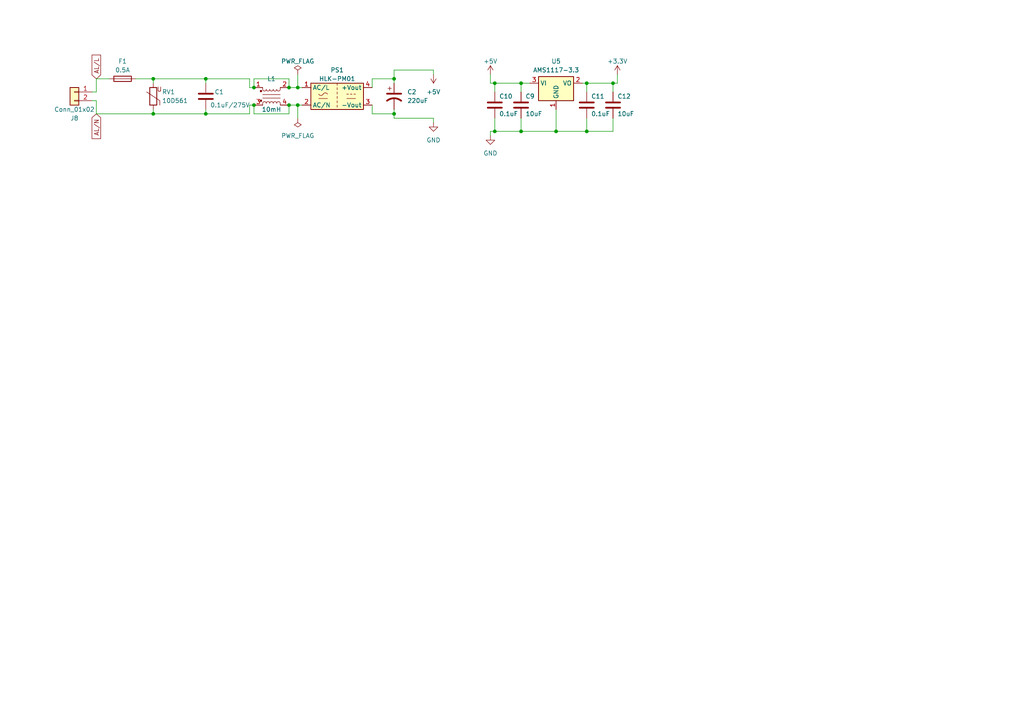
<source format=kicad_sch>
(kicad_sch (version 20230121) (generator eeschema)
  (paper "A4")
  (lib_symbols
    (symbol "Connector_Generic:Conn_01x02" (pin_names (offset 1.016) hide)
      (property "Reference" "J" (at 0 2.54 0))
      (property "Value" "Conn_01x02" (at 0 -5.08 0))
      (symbol "Conn_01x02_1_1"
        (rectangle (start -1.27 -2.413) (end 0 -2.667) (stroke (width 0.1524)))
        (rectangle (start -1.27 0.127) (end 0 -0.127) (stroke (width 0.1524)))
        (rectangle (start -1.27 1.27) (end 1.27 -3.81) (stroke (width 0.254)) (fill (type background)))
        (pin passive line (at -5.08 0 0) (length 3.81) (name "Pin_1") (number "1"))
        (pin passive line (at -5.08 -2.54 0) (length 3.81) (name "Pin_2") (number "2"))
      )
    )
    (symbol "Device:C" (pin_numbers hide) (pin_names (offset 0.254))
      (property "Reference" "C" (at 0.635 2.54 0))
      (property "Value" "C" (at 0.635 -2.54 0))
      (symbol "C_0_1"
        (polyline (pts (xy -2.032 -0.762) (xy 2.032 -0.762)) (stroke (width 0.508)))
        (polyline (pts (xy -2.032 0.762) (xy 2.032 0.762)) (stroke (width 0.508)))
      )
      (symbol "C_1_1"
        (pin passive line (at 0 3.81 270) (length 2.794) (name "~") (number "1"))
        (pin passive line (at 0 -3.81 90) (length 2.794) (name "~") (number "2"))
      )
    )
    (symbol "Device:C_Polarized_US" (pin_numbers hide) (pin_names (offset 0.254) hide)
      (property "Reference" "C" (at 0.635 2.54 0))
      (property "Value" "C_Polarized_US" (at 0.635 -2.54 0))
      (symbol "C_Polarized_US_0_1"
        (polyline (pts (xy -2.032 0.762) (xy 2.032 0.762)) (stroke (width 0.508)))
        (polyline (pts (xy -1.778 2.286) (xy -0.762 2.286)))
        (polyline (pts (xy -1.27 1.778) (xy -1.27 2.794)))
        (arc (start 2.032 -1.27) (mid 0 -0.5572) (end -2.032 -1.27) (stroke (width 0.508)))
      )
      (symbol "C_Polarized_US_1_1"
        (pin passive line (at 0 3.81 270) (length 2.794) (name "~") (number "1"))
        (pin passive line (at 0 -3.81 90) (length 3.302) (name "~") (number "2"))
      )
    )
    (symbol "Device:Fuse" (pin_numbers hide) (pin_names (offset 0))
      (property "Reference" "F" (at 2.032 0 90))
      (property "Value" "Fuse" (at -1.905 0 90))
      (symbol "Fuse_0_1"
        (rectangle (start -0.762 -2.54) (end 0.762 2.54) (stroke (width 0.254)))
        (polyline (pts (xy 0 2.54) (xy 0 -2.54)))
      )
      (symbol "Fuse_1_1"
        (pin passive line (at 0 3.81 270) (length 1.27) (name "~") (number "1"))
        (pin passive line (at 0 -3.81 90) (length 1.27) (name "~") (number "2"))
      )
    )
    (symbol "Device:L_Iron_Coupled" (pin_names (offset 0.254) hide)
      (property "Reference" "L" (at 0 4.445 0))
      (property "Value" "L_Iron_Coupled" (at 0 -4.445 0))
      (symbol "L_Iron_Coupled_0_1"
        (circle (center -3.048 -1.27) (radius 0.254) (fill (type outline)))
        (circle (center -3.048 1.524) (radius 0.254) (fill (type outline)))
        (arc (start -2.54 2.032) (mid -2.032 1.5262) (end -1.524 2.032))
        (arc (start -1.524 -2.032) (mid -2.032 -1.5262) (end -2.54 -2.032))
        (arc (start -1.524 2.032) (mid -1.016 1.5262) (end -0.508 2.032))
        (arc (start -0.508 -2.032) (mid -1.016 -1.5262) (end -1.524 -2.032))
        (arc (start -0.508 2.032) (mid 0 1.5262) (end 0.508 2.032))
        (polyline (pts (xy -2.54 -2.032) (xy -2.54 -2.54)))
        (polyline (pts (xy -2.54 0.508) (xy 2.54 0.508)))
        (polyline (pts (xy -2.54 2.032) (xy -2.54 2.54)))
        (polyline (pts (xy 2.54 -2.032) (xy 2.54 -2.54)))
        (polyline (pts (xy 2.54 -0.508) (xy -2.54 -0.508)))
        (polyline (pts (xy 2.54 2.54) (xy 2.54 2.032)))
        (arc (start 0.508 -2.032) (mid 0 -1.5262) (end -0.508 -2.032))
        (arc (start 0.508 2.032) (mid 1.016 1.5262) (end 1.524 2.032))
        (arc (start 1.524 -2.032) (mid 1.016 -1.5262) (end 0.508 -2.032))
        (arc (start 1.524 2.032) (mid 2.032 1.5262) (end 2.54 2.032))
        (arc (start 2.54 -2.032) (mid 2.032 -1.5262) (end 1.524 -2.032))
      )
      (symbol "L_Iron_Coupled_1_1"
        (pin passive line (at -5.08 2.54 0) (length 2.54) (name "1") (number "1"))
        (pin passive line (at 5.08 2.54 180) (length 2.54) (name "2") (number "2"))
        (pin passive line (at -5.08 -2.54 0) (length 2.54) (name "3") (number "3"))
        (pin passive line (at 5.08 -2.54 180) (length 2.54) (name "4") (number "4"))
      )
    )
    (symbol "Device:Varistor" (pin_numbers hide) (pin_names (offset 0))
      (property "Reference" "RV" (at 3.175 0 90))
      (property "Value" "Varistor" (at -3.175 0 90))
      (symbol "Varistor_0_0"
        (text "U" (at -1.778 -2.032 0) (effects (font (size 1.27 1.27))))
      )
      (symbol "Varistor_0_1"
        (rectangle (start -1.016 -2.54) (end 1.016 2.54) (stroke (width 0.254)))
        (polyline (pts (xy -1.905 2.54) (xy -1.905 1.27) (xy 1.905 -1.27)))
      )
      (symbol "Varistor_1_1"
        (pin passive line (at 0 3.81 270) (length 1.27) (name "~") (number "1"))
        (pin passive line (at 0 -3.81 90) (length 1.27) (name "~") (number "2"))
      )
    )
    (symbol "ProjectLibrary:HLK-10Mxx"
      (property "Reference" "PS" (at 0 5.08 0))
      (property "Value" "HLK-PM01" (at 0 -5.08 0))
      (symbol "HLK-10Mxx_0_1"
        (rectangle (start -7.62 3.81) (end 7.62 -3.81) (stroke (width 0.254)) (fill (type background)))
        (arc (start -5.334 0.635) (mid -4.699 0.2495) (end -4.064 0.635))
        (arc (start -2.794 0.635) (mid -3.429 1.0072) (end -4.064 0.635))
        (polyline (pts (xy -5.334 -0.635) (xy -2.794 -0.635)))
        (polyline (pts (xy 0 -2.54) (xy 0 -3.175)))
        (polyline (pts (xy 0 -1.27) (xy 0 -1.905)))
        (polyline (pts (xy 0 0) (xy 0 -0.635)))
        (polyline (pts (xy 0 1.27) (xy 0 0.635)))
        (polyline (pts (xy 0 2.54) (xy 0 1.905)))
        (polyline (pts (xy 0 3.81) (xy 0 3.175)))
        (polyline (pts (xy 2.794 -0.635) (xy 5.334 -0.635)))
        (polyline (pts (xy 2.794 0.635) (xy 3.302 0.635)))
        (polyline (pts (xy 3.81 0.635) (xy 4.318 0.635)))
        (polyline (pts (xy 4.826 0.635) (xy 5.334 0.635)))
      )
      (symbol "HLK-10Mxx_1_1"
        (pin power_in line (at -10.16 2.54 0) (length 2.54) (name "AC/L") (number "1"))
        (pin power_in line (at -10.16 -2.54 0) (length 2.54) (name "AC/N") (number "2"))
        (pin power_out line (at 10.16 -2.54 180) (length 2.54) (name "-Vout") (number "3"))
        (pin power_out line (at 10.16 2.54 180) (length 2.54) (name "+Vout") (number "4"))
      )
    )
    (symbol "Regulator_Linear:AMS1117-3.3"
      (property "Reference" "U" (at -3.81 3.175 0))
      (property "Value" "AMS1117-3.3" (at 0 3.175 0))
      (symbol "AMS1117-3.3_0_1"
        (rectangle (start -5.08 -5.08) (end 5.08 1.905) (stroke (width 0.254)) (fill (type background)))
      )
      (symbol "AMS1117-3.3_1_1"
        (pin power_in line (at 0 -7.62 90) (length 2.54) (name "GND") (number "1"))
        (pin power_out line (at 7.62 0 180) (length 2.54) (name "VO") (number "2"))
        (pin power_in line (at -7.62 0 0) (length 2.54) (name "VI") (number "3"))
      )
    )
    (symbol "power:+3.3V" (power) (pin_names (offset 0))
      (property "Value" "+3.3V" (at 0 3.556 0))
      (symbol "+3.3V_0_1"
        (polyline (pts (xy -0.762 1.27) (xy 0 2.54)))
        (polyline (pts (xy 0 0) (xy 0 2.54)))
        (polyline (pts (xy 0 2.54) (xy 0.762 1.27)))
      )
      (symbol "+3.3V_1_1"
        (pin power_in line (at 0 0 90) (length 0) hide (name "+3.3V") (number "1"))
      )
    )
    (symbol "power:+5V" (power) (pin_names (offset 0))
      (property "Value" "+5V" (at 0 3.556 0))
      (symbol "+5V_0_1"
        (polyline (pts (xy -0.762 1.27) (xy 0 2.54)))
        (polyline (pts (xy 0 0) (xy 0 2.54)))
        (polyline (pts (xy 0 2.54) (xy 0.762 1.27)))
      )
      (symbol "+5V_1_1"
        (pin power_in line (at 0 0 90) (length 0) hide (name "+5V") (number "1"))
      )
    )
    (symbol "power:GND" (power) (pin_names (offset 0))
      (property "Value" "GND" (at 0 -3.81 0))
      (symbol "GND_0_1"
        (polyline (pts (xy 0 0) (xy 0 -1.27) (xy 1.27 -1.27) (xy 0 -2.54) (xy -1.27 -1.27) (xy 0 -1.27)))
      )
      (symbol "GND_1_1"
        (pin power_in line (at 0 0 270) (length 0) hide (name "GND") (number "1"))
      )
    )
    (symbol "power:PWR_FLAG" (power) (pin_numbers hide) (pin_names (offset 0) hide)
      (property "Value" "PWR_FLAG" (at 0 3.81 0))
      (symbol "PWR_FLAG_0_0"
        (pin power_out line (at 0 0 90) (length 0) (name "pwr") (number "1"))
      )
      (symbol "PWR_FLAG_0_1"
        (polyline (pts (xy 0 0) (xy 0 1.27) (xy -1.016 1.905) (xy 0 2.54) (xy 1.016 1.905) (xy 0 1.27)))
      )
    )
  )
  (junction (at 170.18 24.13))
  (junction (at 73.66 30.48))
  (junction (at 161.29 38.1))
  (junction (at 143.51 24.13))
  (junction (at 83.82 30.48))
  (junction (at 44.45 33.02))
  (junction (at 44.45 22.86))
  (junction (at 170.18 38.1))
  (junction (at 143.51 38.1))
  (junction (at 114.3 33.02))
  (junction (at 177.8 24.13))
  (junction (at 83.82 25.4))
  (junction (at 86.36 30.48))
  (junction (at 86.36 25.4))
  (junction (at 151.13 24.13))
  (junction (at 73.66 25.4))
  (junction (at 59.69 33.02))
  (junction (at 151.13 38.1))
  (junction (at 59.69 22.86))
  (junction (at 114.3 22.86))
  (wire (pts (xy 142.24 38.1) (xy 142.24 39.37)))
  (wire (pts (xy 114.3 20.32) (xy 114.3 22.86)))
  (wire (pts (xy 86.36 30.48) (xy 87.63 30.48)))
  (wire (pts (xy 114.3 34.29) (xy 114.3 33.02)))
  (wire (pts (xy 59.69 31.75) (xy 59.69 33.02)))
  (wire (pts (xy 151.13 34.29) (xy 151.13 38.1)))
  (wire (pts (xy 143.51 34.29) (xy 143.51 38.1)))
  (wire (pts (xy 125.73 20.32) (xy 114.3 20.32)))
  (wire (pts (xy 170.18 34.29) (xy 170.18 38.1)))
  (wire (pts (xy 107.95 22.86) (xy 107.95 25.4)))
  (wire (pts (xy 27.94 33.02) (xy 27.94 29.21)))
  (wire (pts (xy 73.66 30.48) (xy 73.66 33.02)))
  (wire (pts (xy 170.18 38.1) (xy 161.29 38.1)))
  (wire (pts (xy 143.51 24.13) (xy 143.51 26.67)))
  (wire (pts (xy 179.07 21.59) (xy 179.07 24.13)))
  (wire (pts (xy 177.8 38.1) (xy 170.18 38.1)))
  (wire (pts (xy 73.66 22.86) (xy 83.82 22.86)))
  (wire (pts (xy 177.8 34.29) (xy 177.8 38.1)))
  (wire (pts (xy 26.67 29.21) (xy 27.94 29.21)))
  (wire (pts (xy 27.94 22.86) (xy 31.75 22.86)))
  (wire (pts (xy 170.18 24.13) (xy 170.18 26.67)))
  (wire (pts (xy 83.82 30.48) (xy 83.82 33.02)))
  (wire (pts (xy 114.3 31.75) (xy 114.3 33.02)))
  (wire (pts (xy 39.37 22.86) (xy 44.45 22.86)))
  (wire (pts (xy 73.66 33.02) (xy 83.82 33.02)))
  (wire (pts (xy 83.82 25.4) (xy 86.36 25.4)))
  (wire (pts (xy 168.91 24.13) (xy 170.18 24.13)))
  (wire (pts (xy 107.95 33.02) (xy 107.95 30.48)))
  (wire (pts (xy 44.45 33.02) (xy 27.94 33.02)))
  (wire (pts (xy 44.45 22.86) (xy 44.45 24.13)))
  (wire (pts (xy 114.3 22.86) (xy 107.95 22.86)))
  (wire (pts (xy 83.82 22.86) (xy 83.82 25.4)))
  (wire (pts (xy 72.39 22.86) (xy 59.69 22.86)))
  (wire (pts (xy 151.13 24.13) (xy 151.13 26.67)))
  (wire (pts (xy 44.45 22.86) (xy 59.69 22.86)))
  (wire (pts (xy 177.8 24.13) (xy 177.8 26.67)))
  (wire (pts (xy 83.82 30.48) (xy 86.36 30.48)))
  (wire (pts (xy 27.94 22.86) (xy 27.94 26.67)))
  (wire (pts (xy 72.39 30.48) (xy 73.66 30.48)))
  (wire (pts (xy 142.24 21.59) (xy 142.24 24.13)))
  (wire (pts (xy 151.13 24.13) (xy 153.67 24.13)))
  (wire (pts (xy 151.13 38.1) (xy 161.29 38.1)))
  (wire (pts (xy 142.24 38.1) (xy 143.51 38.1)))
  (wire (pts (xy 86.36 34.29) (xy 86.36 30.48)))
  (wire (pts (xy 125.73 35.56) (xy 125.73 34.29)))
  (wire (pts (xy 72.39 33.02) (xy 59.69 33.02)))
  (wire (pts (xy 114.3 33.02) (xy 107.95 33.02)))
  (wire (pts (xy 86.36 25.4) (xy 87.63 25.4)))
  (wire (pts (xy 177.8 24.13) (xy 179.07 24.13)))
  (wire (pts (xy 27.94 26.67) (xy 26.67 26.67)))
  (wire (pts (xy 72.39 22.86) (xy 72.39 25.4)))
  (wire (pts (xy 125.73 34.29) (xy 114.3 34.29)))
  (wire (pts (xy 72.39 30.48) (xy 72.39 33.02)))
  (wire (pts (xy 44.45 33.02) (xy 59.69 33.02)))
  (wire (pts (xy 143.51 38.1) (xy 151.13 38.1)))
  (wire (pts (xy 86.36 21.59) (xy 86.36 25.4)))
  (wire (pts (xy 114.3 24.13) (xy 114.3 22.86)))
  (wire (pts (xy 73.66 25.4) (xy 73.66 22.86)))
  (wire (pts (xy 170.18 24.13) (xy 177.8 24.13)))
  (wire (pts (xy 143.51 24.13) (xy 151.13 24.13)))
  (wire (pts (xy 44.45 31.75) (xy 44.45 33.02)))
  (wire (pts (xy 142.24 24.13) (xy 143.51 24.13)))
  (wire (pts (xy 72.39 25.4) (xy 73.66 25.4)))
  (wire (pts (xy 59.69 24.13) (xy 59.69 22.86)))
  (wire (pts (xy 125.73 21.59) (xy 125.73 20.32)))
  (wire (pts (xy 161.29 31.75) (xy 161.29 38.1)))
  (global_label "AL{slash}N" (shape input) (at 27.94 33.02 270) (property "Intersheetrefs" "${INTERSHEET_REFS}" (effects hide)))
  (global_label "AL{slash}L" (shape input) (at 27.94 22.86 90) (property "Intersheetrefs" "${INTERSHEET_REFS}" (effects hide)))
  (symbol (lib_id "ProjectLibrary:HLK-10Mxx") (at 97.79 27.94 0) (unit 1) (in_bom no)
    (property "Reference" "PS1" (at 97.79 20.32 0))
    (property "Value" "HLK-PM01" (at 97.79 22.86 0))
    (property "Footprint" "ProjectLibrary:Converter_ACDC_HiLink_HLK-10Mxx" (effects hide))
    (property "Datasheet" "http://www.hlktech.net/product_detail.php?ProId=54" (effects hide))
  )
  (symbol (lib_id "power:GND") (at 125.73 35.56 0) (unit 1)
    (property "Reference" "#PWR0103" (effects hide))
    (property "Value" "GND" (at 125.73 40.64 0))
    (instances (project "AquariumController" (path "" (reference "#PWR0103") (unit 1)) (path "" (reference "#PWR017") (unit 1))))
  )
  (symbol (lib_id "power:GND") (at 142.24 39.37 0) (unit 1)
    (property "Reference" "#PWR0103" (effects hide))
    (property "Value" "GND" (at 142.24 44.45 0))
    (instances (project "AquariumController" (path "" (reference "#PWR0103") (unit 1)) (path "" (reference "#PWR028") (unit 1))))
  )
  (symbol (lib_id "power:+3.3V") (at 179.07 21.59 0) (unit 1)
    (property "Reference" "#PWR029" (effects hide))
    (property "Value" "+3.3V" (at 179.07 17.78 0))
  )
  (symbol (lib_id "Device:Fuse") (at 35.56 22.86 90) (unit 1) (in_bom no)
    (property "Reference" "F1" (at 35.56 17.78 90))
    (property "Value" "0.5A" (at 35.56 20.32 90))
    (property "Footprint" "Fuse:Fuse_Bourns_MF-RG300" (effects hide))
  )
  (symbol (lib_id "power:PWR_FLAG") (at 86.36 21.59 0) (unit 1)
    (property "Reference" "#FLG0101" (effects hide))
    (property "Value" "PWR_FLAG" (at 86.36 17.78 0))
    (instances (project "AquariumController" (path "" (reference "#FLG0101") (unit 1)) (path "" (reference "#FLG04") (unit 1))))
  )
  (symbol (lib_id "Device:C") (at 170.18 30.48 0) (unit 1)
    (property "Reference" "C11" (at 171.45 27.94 0) (effects (justify left)))
    (property "Value" "0.1uF" (at 171.45 33.02 0) (effects (justify left)))
    (property "Footprint" "Capacitor_SMD:C_0603_1608Metric" (effects hide))
    (property "JLCPCB Part #" "C14663" (effects hide))
  )
  (symbol (lib_id "Device:C_Polarized_US") (at 114.3 27.94 0) (unit 1) (in_bom no)
    (property "Reference" "C2" (at 118.11 26.67 0) (effects (justify left)))
    (property "Value" "220uF" (at 118.11 29.21 0) (effects (justify left)))
    (property "Footprint" "Capacitor_THT:CP_Radial_D6.3mm_P2.50mm" (effects hide))
  )
  (symbol (lib_id "Connector_Generic:Conn_01x02") (at 21.59 26.67 0) (mirror y) (unit 1) (in_bom no)
    (property "Reference" "J8" (at 21.59 34.29 0))
    (property "Value" "Conn_01x02" (at 21.59 31.75 0))
    (property "Footprint" "TerminalBlock_Phoenix:TerminalBlock_Phoenix_MKDS-1,5-2-5.08_1x02_P5.08mm_Horizontal" (effects hide))
  )
  (symbol (lib_id "Device:C") (at 151.13 30.48 0) (unit 1)
    (property "Reference" "C9" (at 152.4 27.94 0) (effects (justify left)))
    (property "Value" "10uF" (at 152.4 33.02 0) (effects (justify left)))
    (property "Footprint" "Capacitor_SMD:C_0603_1608Metric" (effects hide))
    (property "JLCPCB Part #" "C19702" (effects hide))
  )
  (symbol (lib_id "Device:Varistor") (at 44.45 27.94 180) (unit 1) (in_bom no)
    (property "Reference" "RV1" (at 46.99 26.67 0) (effects (justify right)))
    (property "Value" "10D561" (at 46.99 29.21 0) (effects (justify right)))
    (property "Footprint" "Varistor:RV_Disc_D12mm_W3.9mm_P7.5mm" (effects hide))
    (property "Sim.Name" "kicad_builtin_varistor" (effects hide))
    (property "Sim.Device" "SUBCKT" (effects hide))
    (property "Sim.Pins" "1=A 2=B" (effects hide))
    (property "Sim.Params" "threshold=1k" (effects hide))
    (property "Sim.Library" "${KICAD7_SYMBOL_DIR}/Simulation_SPICE.sp" (effects hide))
  )
  (symbol (lib_id "Regulator_Linear:AMS1117-3.3") (at 161.29 24.13 0) (unit 1)
    (property "Reference" "U5" (at 161.29 17.78 0))
    (property "Value" "AMS1117-3.3" (at 161.29 20.32 0))
    (property "Footprint" "Package_TO_SOT_SMD:SOT-223-3_TabPin2" (effects hide))
    (property "Datasheet" "http://www.advanced-monolithic.com/pdf/ds1117.pdf" (effects hide))
    (property "JLCPCB Part #" "C6186" (effects hide))
  )
  (symbol (lib_id "Device:C") (at 59.69 27.94 0) (unit 1) (in_bom no) (on_board no)
    (property "Reference" "C1" (at 62.23 26.67 0) (effects (justify left)))
    (property "Value" "0.1uF/275V" (at 60.96 30.48 0) (effects (justify left)))
    (property "Footprint" "Capacitor_THT:C_Rect_L13.0mm_W5.0mm_P10.00mm_FKS3_FKP3_MKS4" (effects hide))
  )
  (symbol (lib_id "Device:C") (at 177.8 30.48 0) (unit 1)
    (property "Reference" "C12" (at 179.07 27.94 0) (effects (justify left)))
    (property "Value" "10uF" (at 179.07 33.02 0) (effects (justify left)))
    (property "Footprint" "Capacitor_SMD:C_0603_1608Metric" (effects hide))
    (property "JLCPCB Part #" "C19702" (effects hide))
  )
  (symbol (lib_id "power:+5V") (at 125.73 21.59 180) (unit 1)
    (property "Reference" "#PWR0102" (effects hide))
    (property "Value" "+5V" (at 125.73 26.67 0))
    (instances (project "AquariumController" (path "" (reference "#PWR0102") (unit 1)) (path "" (reference "#PWR016") (unit 1))))
  )
  (symbol (lib_id "Device:L_Iron_Coupled") (at 78.74 27.94 0) (unit 1) (in_bom no) (on_board no)
    (property "Reference" "L1" (at 78.74 22.86 0))
    (property "Value" "10mH" (at 78.74 31.75 0))
    (property "Footprint" "ProjectLibrary:Inductor Common Choke UU9.8 7X8MM" (effects hide))
  )
  (symbol (lib_id "power:+5V") (at 142.24 21.59 0) (unit 1)
    (property "Reference" "#PWR0102" (effects hide))
    (property "Value" "+5V" (at 142.24 17.78 0))
    (instances (project "AquariumController" (path "" (reference "#PWR0102") (unit 1)) (path "" (reference "#PWR027") (unit 1))))
  )
  (symbol (lib_id "power:PWR_FLAG") (at 86.36 34.29 180) (unit 1)
    (property "Reference" "#FLG0101" (effects hide))
    (property "Value" "PWR_FLAG" (at 86.36 39.37 0))
    (instances (project "AquariumController" (path "" (reference "#FLG0101") (unit 1)) (path "" (reference "#FLG05") (unit 1))))
  )
  (symbol (lib_id "Device:C") (at 143.51 30.48 0) (unit 1)
    (property "Reference" "C10" (at 144.78 27.94 0) (effects (justify left)))
    (property "Value" "0.1uF" (at 144.78 33.02 0) (effects (justify left)))
    (property "Footprint" "Capacitor_SMD:C_0603_1608Metric" (effects hide))
    (property "JLCPCB Part #" "C14663" (effects hide))
  )
)
</source>
